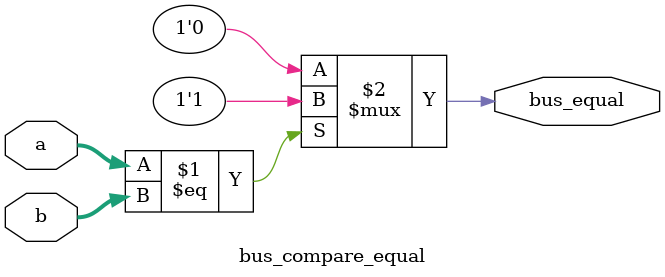
<source format=v>
module bus_compare_equal (a, b, bus_equal);
    parameter WIDTH = 8;
    parameter BHC = 10;

    input [WIDTH-1:0] a, b;
    output wire bus_equal;

    assign bus_equal = (a==b) ? 1'b1 : 1'b0;
endmodule
</source>
